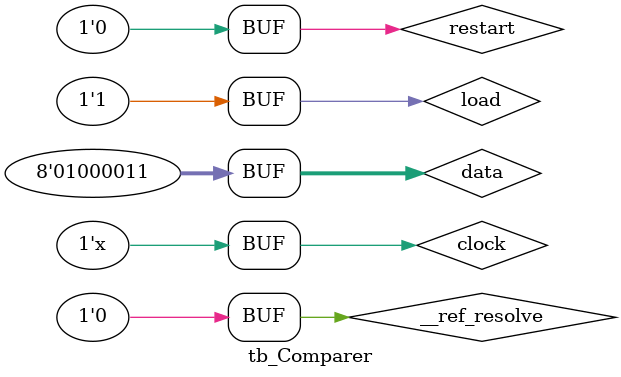
<source format=v>
/**
 * @file tb_Comparer.v
 * @author Y.D.X.
 * @version 0.1
 * @date 2021-10-9
 * @description `run 1 us`。同时适用于`Comparer`和`ComparerSync`。
 *
 */

`timescale 1ns/1ps

`include "ComparerSync.v"

module tb_Comparer ();

reg clock = 1'b1;
always #10 clock = ~clock;

reg restart, load;
reg [7:0] data;
wire resolve, reject;

ComparerSync #(
    .L (3),
    .Ref("ABC")
) dut (
    .clock(clock), .restart(restart), .load(load), .data(data),
    .resolve(resolve), .reject(reject)
);



reg __ref_resolve;
wire __mismatch_resolve;
assign __mismatch_resolve = __ref_resolve ^ resolve;


initial begin
    restart <= 1'b1;
    load <= 1'b0;
    
    #40;
    restart <= 1'b0;
    data <= "O";
    __ref_resolve <= 1'b0;
    
    #20;
    load <= 1'b1;
    data <= "A";
    #20 data <= "B";
    #20 data <= "C";
    __ref_resolve <= 1'b1;
    #20 data <= "D";
    __ref_resolve <= 1'b0;
    
    #20 load <= 1'b0;
    
    #20 load <= 1'b1; data <= "A";
    #20 load <= 1'b0; data <= "a";
    #20 load <= 1'b1; data <= "B";
    #20 load <= 1'b0; data <= "b";
    #20 load <= 1'b1; data <= "C"; __ref_resolve <= 1'b1;
    #20 load <= 1'b0; data <= "c"; __ref_resolve <= 1'b0;

    #40;
    load <= 1'b1;
    #20 data <= "A";
    #20 data <= "B";
    #20 data <= "X";
    #20 data <= "C";
    #20 data <= "A";
    #20 data <= "B";
    #20 data <= "C"; __ref_resolve <= 1'b1;
    #20 data <= "A"; __ref_resolve <= 1'b0;
    #20 data <= "B";
    #20 data <= "C"; __ref_resolve <= 1'b1;
    #20 data <= "A"; __ref_resolve <= 1'b0;
    #20 data <= "B";
    #20 data <= "A";
    #20 data <= "B";
    #20 data <= "A";
    #20 data <= "B";
    #20 data <= "C"; __ref_resolve <= 1'b1;
    #20; __ref_resolve <= 1'b0;

    #40;
    #20 data <= "A";
    #20 data <= "B";
    #20 data <= "C"; restart <= 1'b1;
    #20 data <= "A"; restart <= 1'b0;
    #20 data <= "B"; restart <= 1'b1;
    #20 data <= "C"; restart <= 1'b0;
    #20 data <= "A"; restart <= 1'b1;
    #20 data <= "B"; restart <= 1'b0;
    #20 data <= "C"; __ref_resolve <= 1'b1;
    #20 __ref_resolve <= 1'b0;
end

endmodule
</source>
